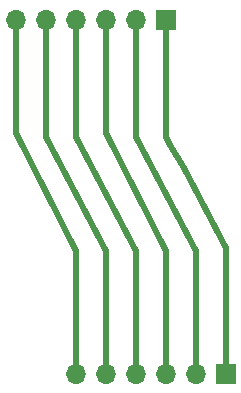
<source format=gbr>
%TF.GenerationSoftware,KiCad,Pcbnew,8.0.2*%
%TF.CreationDate,2024-12-23T10:52:27+01:00*%
%TF.ProjectId,flexconnector,666c6578-636f-46e6-9e65-63746f722e6b,rev?*%
%TF.SameCoordinates,Original*%
%TF.FileFunction,Copper,L1,Top*%
%TF.FilePolarity,Positive*%
%FSLAX46Y46*%
G04 Gerber Fmt 4.6, Leading zero omitted, Abs format (unit mm)*
G04 Created by KiCad (PCBNEW 8.0.2) date 2024-12-23 10:52:27*
%MOMM*%
%LPD*%
G01*
G04 APERTURE LIST*
%TA.AperFunction,ComponentPad*%
%ADD10R,1.700000X1.700000*%
%TD*%
%TA.AperFunction,ComponentPad*%
%ADD11O,1.700000X1.700000*%
%TD*%
%TA.AperFunction,Conductor*%
%ADD12C,0.500000*%
%TD*%
G04 APERTURE END LIST*
D10*
%TO.P,J2,1,Pin_1*%
%TO.N,Net-(J1-Pin_1)*%
X38354000Y-25400000D03*
D11*
%TO.P,J2,2,Pin_2*%
%TO.N,Net-(J1-Pin_2)*%
X35814000Y-25400000D03*
%TO.P,J2,3,Pin_3*%
%TO.N,Net-(J1-Pin_3)*%
X33274000Y-25400000D03*
%TO.P,J2,4,Pin_4*%
%TO.N,Net-(J1-Pin_4)*%
X30734000Y-25400000D03*
%TO.P,J2,5,Pin_5*%
%TO.N,Net-(J1-Pin_5)*%
X28194000Y-25400000D03*
%TO.P,J2,6,Pin_6*%
%TO.N,Net-(J1-Pin_6)*%
X25654000Y-25400000D03*
%TD*%
D10*
%TO.P,J1,1,Pin_1*%
%TO.N,Net-(J1-Pin_1)*%
X43434000Y-55372000D03*
D11*
%TO.P,J1,2,Pin_2*%
%TO.N,Net-(J1-Pin_2)*%
X40894000Y-55372000D03*
%TO.P,J1,3,Pin_3*%
%TO.N,Net-(J1-Pin_3)*%
X38354000Y-55372000D03*
%TO.P,J1,4,Pin_4*%
%TO.N,Net-(J1-Pin_4)*%
X35814000Y-55372000D03*
%TO.P,J1,5,Pin_5*%
%TO.N,Net-(J1-Pin_5)*%
X33274000Y-55372000D03*
%TO.P,J1,6,Pin_6*%
%TO.N,Net-(J1-Pin_6)*%
X30734000Y-55372000D03*
%TD*%
D12*
%TO.N,Net-(J1-Pin_1)*%
X38698221Y-36000000D02*
X38354000Y-35306000D01*
X38354000Y-35306000D02*
X38354000Y-25400000D01*
X39865000Y-38000000D02*
X38698221Y-36000000D01*
X43434000Y-44704000D02*
X39865000Y-38000000D01*
X43434000Y-55372000D02*
X43434000Y-44704000D01*
%TO.N,Net-(J1-Pin_2)*%
X40894000Y-45000000D02*
X40894000Y-55372000D01*
X35814000Y-35306000D02*
X40894000Y-45000000D01*
X35814000Y-25400000D02*
X35814000Y-35306000D01*
%TO.N,Net-(J1-Pin_3)*%
X33274000Y-35000000D02*
X38354000Y-45000000D01*
X33274000Y-25400000D02*
X33274000Y-35000000D01*
X38354000Y-45000000D02*
X38354000Y-55372000D01*
%TO.N,Net-(J1-Pin_4)*%
X30734000Y-35306000D02*
X30734000Y-25400000D01*
X35814000Y-45000000D02*
X30734000Y-35306000D01*
X35814000Y-55372000D02*
X35814000Y-45000000D01*
%TO.N,Net-(J1-Pin_5)*%
X33274000Y-45000000D02*
X28194000Y-35306000D01*
X28194000Y-35306000D02*
X28194000Y-25400000D01*
X33274000Y-55372000D02*
X33274000Y-45000000D01*
%TO.N,Net-(J1-Pin_6)*%
X30734000Y-45000000D02*
X30734000Y-55372000D01*
X25654000Y-25400000D02*
X25654000Y-35000000D01*
X25654000Y-35000000D02*
X30734000Y-45000000D01*
%TD*%
M02*

</source>
